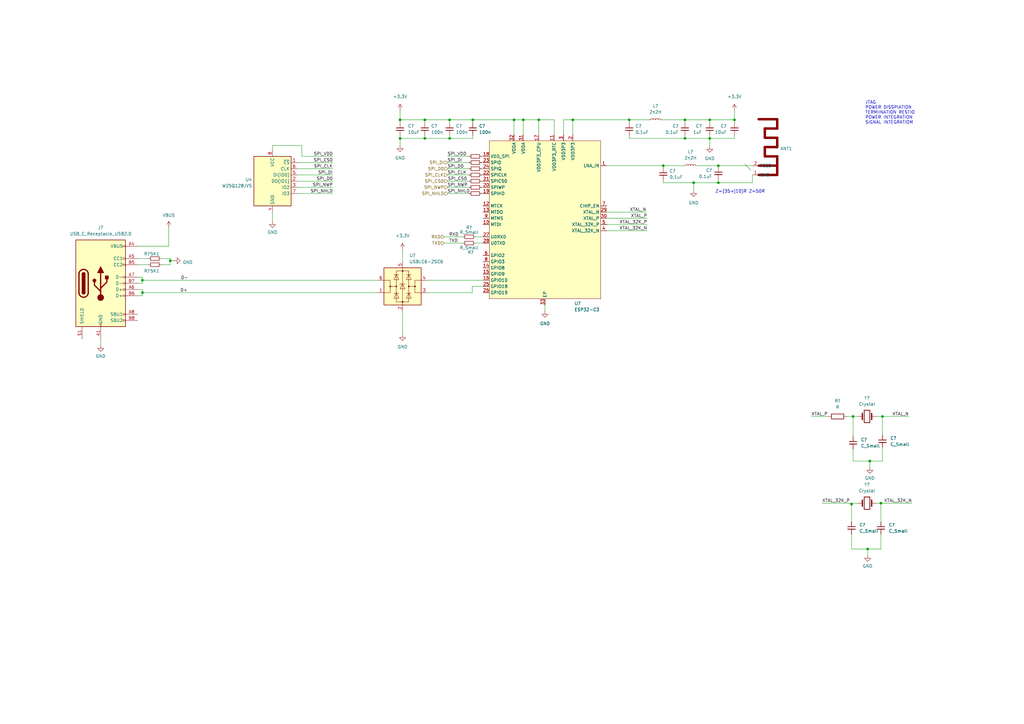
<source format=kicad_sch>
(kicad_sch (version 20230121) (generator eeschema)
  (paper "A3")
  (lib_symbols
    (symbol "Connector:USB_C_Receptacle_USB2.0" (pin_names (offset 1.016))
      (property "Reference" "J" (at -10.16 19.05 0))
      (property "Value" "USB_C_Receptacle_USB2.0" (at 19.05 19.05 0))
      (symbol "USB_C_Receptacle_USB2.0_0_0"
        (rectangle (start -0.254 -17.78) (end 0.254 -16.764))
        (rectangle (start 10.16 -14.986) (end 9.144 -15.494))
        (rectangle (start 10.16 -12.446) (end 9.144 -12.954))
        (rectangle (start 10.16 -4.826) (end 9.144 -5.334))
        (rectangle (start 10.16 -2.286) (end 9.144 -2.794))
        (rectangle (start 10.16 0.254) (end 9.144 -0.254))
        (rectangle (start 10.16 2.794) (end 9.144 2.286))
        (rectangle (start 10.16 7.874) (end 9.144 7.366))
        (rectangle (start 10.16 10.414) (end 9.144 9.906))
        (rectangle (start 10.16 15.494) (end 9.144 14.986))
      )
      (symbol "USB_C_Receptacle_USB2.0_0_1"
        (rectangle (start -10.16 17.78) (end 10.16 -17.78) (stroke (width 0.254)) (fill (type background)))
        (arc (start -8.89 -3.81) (mid -6.985 -5.7067) (end -5.08 -3.81) (stroke (width 0.508)))
        (arc (start -7.62 -3.81) (mid -6.985 -4.4423) (end -6.35 -3.81) (stroke (width 0.254)))
        (arc (start -7.62 -3.81) (mid -6.985 -4.4423) (end -6.35 -3.81) (stroke (width 0.254)) (fill (type outline)))
        (rectangle (start -7.62 -3.81) (end -6.35 3.81) (stroke (width 0.254)) (fill (type outline)))
        (arc (start -6.35 3.81) (mid -6.985 4.4423) (end -7.62 3.81) (stroke (width 0.254)))
        (arc (start -6.35 3.81) (mid -6.985 4.4423) (end -7.62 3.81) (stroke (width 0.254)) (fill (type outline)))
        (arc (start -5.08 3.81) (mid -6.985 5.7067) (end -8.89 3.81) (stroke (width 0.508)))
        (circle (center -2.54 1.143) (radius 0.635) (stroke (width 0.254)) (fill (type outline)))
        (circle (center 0 -5.842) (radius 1.27) (fill (type outline)))
        (polyline (pts (xy -8.89 -3.81) (xy -8.89 3.81)) (stroke (width 0.508)))
        (polyline (pts (xy -5.08 3.81) (xy -5.08 -3.81)) (stroke (width 0.508)))
        (polyline (pts (xy 0 -5.842) (xy 0 4.318)) (stroke (width 0.508)))
        (polyline (pts (xy 0 -3.302) (xy -2.54 -0.762) (xy -2.54 0.508)) (stroke (width 0.508)))
        (polyline (pts (xy 0 -2.032) (xy 2.54 0.508) (xy 2.54 1.778)) (stroke (width 0.508)))
        (polyline (pts (xy -1.27 4.318) (xy 0 6.858) (xy 1.27 4.318) (xy -1.27 4.318)) (stroke (width 0.254)) (fill (type outline)))
        (rectangle (start 1.905 1.778) (end 3.175 3.048) (stroke (width 0.254)) (fill (type outline)))
      )
      (symbol "USB_C_Receptacle_USB2.0_1_1"
        (pin passive line (at 0 -22.86 90) (length 5.08) (name "GND") (number "A1"))
        (pin passive line (at 0 -22.86 90) (length 5.08) hide (name "GND") (number "A12"))
        (pin passive line (at 15.24 15.24 180) (length 5.08) (name "VBUS") (number "A4"))
        (pin bidirectional line (at 15.24 10.16 180) (length 5.08) (name "CC1") (number "A5"))
        (pin bidirectional line (at 15.24 -2.54 180) (length 5.08) (name "D+") (number "A6"))
        (pin bidirectional line (at 15.24 2.54 180) (length 5.08) (name "D-") (number "A7"))
        (pin bidirectional line (at 15.24 -12.7 180) (length 5.08) (name "SBU1") (number "A8"))
        (pin passive line (at 15.24 15.24 180) (length 5.08) hide (name "VBUS") (number "A9"))
        (pin passive line (at 0 -22.86 90) (length 5.08) hide (name "GND") (number "B1"))
        (pin passive line (at 0 -22.86 90) (length 5.08) hide (name "GND") (number "B12"))
        (pin passive line (at 15.24 15.24 180) (length 5.08) hide (name "VBUS") (number "B4"))
        (pin bidirectional line (at 15.24 7.62 180) (length 5.08) (name "CC2") (number "B5"))
        (pin bidirectional line (at 15.24 -5.08 180) (length 5.08) (name "D+") (number "B6"))
        (pin bidirectional line (at 15.24 0 180) (length 5.08) (name "D-") (number "B7"))
        (pin bidirectional line (at 15.24 -15.24 180) (length 5.08) (name "SBU2") (number "B8"))
        (pin passive line (at 15.24 15.24 180) (length 5.08) hide (name "VBUS") (number "B9"))
        (pin passive line (at -7.62 -22.86 90) (length 5.08) (name "SHIELD") (number "S1"))
      )
    )
    (symbol "Device:C_Small" (pin_numbers hide) (pin_names (offset 0.254) hide)
      (property "Reference" "C" (at 0.254 1.778 0))
      (property "Value" "C_Small" (at 0.254 -2.032 0))
      (symbol "C_Small_0_1"
        (polyline (pts (xy -1.524 -0.508) (xy 1.524 -0.508)) (stroke (width 0.3302)))
        (polyline (pts (xy -1.524 0.508) (xy 1.524 0.508)) (stroke (width 0.3048)))
      )
      (symbol "C_Small_1_1"
        (pin passive line (at 0 2.54 270) (length 2.032) (name "~") (number "1"))
        (pin passive line (at 0 -2.54 90) (length 2.032) (name "~") (number "2"))
      )
    )
    (symbol "Device:Crystal" (pin_numbers hide) (pin_names (offset 1.016) hide)
      (property "Reference" "Y" (at 0 3.81 0))
      (property "Value" "Crystal" (at 0 -3.81 0))
      (symbol "Crystal_0_1"
        (rectangle (start -1.143 2.54) (end 1.143 -2.54) (stroke (width 0.3048)))
        (polyline (pts (xy -2.54 0) (xy -1.905 0)))
        (polyline (pts (xy -1.905 -1.27) (xy -1.905 1.27)) (stroke (width 0.508)))
        (polyline (pts (xy 1.905 -1.27) (xy 1.905 1.27)) (stroke (width 0.508)))
        (polyline (pts (xy 2.54 0) (xy 1.905 0)))
      )
      (symbol "Crystal_1_1"
        (pin passive line (at -3.81 0 0) (length 1.27) (name "1") (number "1"))
        (pin passive line (at 3.81 0 180) (length 1.27) (name "2") (number "2"))
      )
    )
    (symbol "Device:L_Small" (pin_numbers hide) (pin_names (offset 0.254) hide)
      (property "Reference" "L" (at 0.762 1.016 0))
      (property "Value" "L_Small" (at 0.762 -1.016 0))
      (symbol "L_Small_0_1"
        (arc (start 0 -2.032) (mid 0.5058 -1.524) (end 0 -1.016))
        (arc (start 0 -1.016) (mid 0.5058 -0.508) (end 0 0))
        (arc (start 0 0) (mid 0.5058 0.508) (end 0 1.016))
        (arc (start 0 1.016) (mid 0.5058 1.524) (end 0 2.032))
      )
      (symbol "L_Small_1_1"
        (pin passive line (at 0 2.54 270) (length 0.508) (name "~") (number "1"))
        (pin passive line (at 0 -2.54 90) (length 0.508) (name "~") (number "2"))
      )
    )
    (symbol "Device:R" (pin_numbers hide) (pin_names (offset 0))
      (property "Reference" "R" (at 2.032 0 90))
      (property "Value" "R" (at 0 0 90))
      (symbol "R_0_1"
        (rectangle (start -1.016 -2.54) (end 1.016 2.54) (stroke (width 0.254)))
      )
      (symbol "R_1_1"
        (pin passive line (at 0 3.81 270) (length 1.27) (name "~") (number "1"))
        (pin passive line (at 0 -3.81 90) (length 1.27) (name "~") (number "2"))
      )
    )
    (symbol "Device:R_Small" (pin_numbers hide) (pin_names (offset 0.254) hide)
      (property "Reference" "R" (at 0.762 0.508 0))
      (property "Value" "R_Small" (at 0.762 -1.016 0))
      (symbol "R_Small_0_1"
        (rectangle (start -0.762 1.778) (end 0.762 -1.778) (stroke (width 0.2032)))
      )
      (symbol "R_Small_1_1"
        (pin passive line (at 0 2.54 270) (length 0.762) (name "~") (number "1"))
        (pin passive line (at 0 -2.54 90) (length 0.762) (name "~") (number "2"))
      )
    )
    (symbol "Memory_Flash:W25Q128JVS"
      (property "Reference" "U" (at -8.89 8.89 0))
      (property "Value" "W25Q128JVS" (at 7.62 8.89 0))
      (symbol "W25Q128JVS_0_1"
        (rectangle (start -7.62 10.16) (end 7.62 -10.16) (stroke (width 0.254)) (fill (type background)))
      )
      (symbol "W25Q128JVS_1_1"
        (pin input line (at -10.16 7.62 0) (length 2.54) (name "~{CS}") (number "1"))
        (pin bidirectional line (at -10.16 0 0) (length 2.54) (name "DO(IO1)") (number "2"))
        (pin bidirectional line (at -10.16 -2.54 0) (length 2.54) (name "IO2") (number "3"))
        (pin power_in line (at 0 -12.7 90) (length 2.54) (name "GND") (number "4"))
        (pin bidirectional line (at -10.16 2.54 0) (length 2.54) (name "DI(IO0)") (number "5"))
        (pin input line (at -10.16 5.08 0) (length 2.54) (name "CLK") (number "6"))
        (pin bidirectional line (at -10.16 -5.08 0) (length 2.54) (name "IO3") (number "7"))
        (pin power_in line (at 0 12.7 270) (length 2.54) (name "VCC") (number "8"))
      )
    )
    (symbol "Power_Protection:USBLC6-2SC6" (pin_names hide)
      (property "Reference" "U" (at 2.54 8.89 0))
      (property "Value" "USBLC6-2SC6" (at 2.54 -8.89 0))
      (symbol "USBLC6-2SC6_0_1"
        (rectangle (start -7.62 -7.62) (end 7.62 7.62) (stroke (width 0.254)) (fill (type background)))
        (circle (center -5.08 0) (radius 0.254) (fill (type outline)))
        (circle (center -2.54 0) (radius 0.254) (fill (type outline)))
        (rectangle (start -2.54 6.35) (end 2.54 -6.35))
        (circle (center 0 -6.35) (radius 0.254) (fill (type outline)))
        (polyline (pts (xy -5.08 -2.54) (xy -7.62 -2.54)))
        (polyline (pts (xy -5.08 0) (xy -5.08 -2.54)))
        (polyline (pts (xy -5.08 2.54) (xy -7.62 2.54)))
        (polyline (pts (xy -1.524 -2.794) (xy -3.556 -2.794)))
        (polyline (pts (xy -1.524 4.826) (xy -3.556 4.826)))
        (polyline (pts (xy 0 -7.62) (xy 0 -6.35)))
        (polyline (pts (xy 0 -6.35) (xy 0 1.27)))
        (polyline (pts (xy 0 1.27) (xy 0 6.35)))
        (polyline (pts (xy 0 6.35) (xy 0 7.62)))
        (polyline (pts (xy 1.524 -2.794) (xy 3.556 -2.794)))
        (polyline (pts (xy 1.524 4.826) (xy 3.556 4.826)))
        (polyline (pts (xy 5.08 -2.54) (xy 7.62 -2.54)))
        (polyline (pts (xy 5.08 0) (xy 5.08 -2.54)))
        (polyline (pts (xy 5.08 2.54) (xy 7.62 2.54)))
        (polyline (pts (xy -2.54 0) (xy -5.08 0) (xy -5.08 2.54)))
        (polyline (pts (xy 2.54 0) (xy 5.08 0) (xy 5.08 2.54)))
        (polyline (pts (xy -3.556 -4.826) (xy -1.524 -4.826) (xy -2.54 -2.794) (xy -3.556 -4.826)))
        (polyline (pts (xy -3.556 2.794) (xy -1.524 2.794) (xy -2.54 4.826) (xy -3.556 2.794)))
        (polyline (pts (xy -1.016 -1.016) (xy 1.016 -1.016) (xy 0 1.016) (xy -1.016 -1.016)))
        (polyline (pts (xy 1.016 1.016) (xy 0.762 1.016) (xy -1.016 1.016) (xy -1.016 0.508)))
        (polyline (pts (xy 3.556 -4.826) (xy 1.524 -4.826) (xy 2.54 -2.794) (xy 3.556 -4.826)))
        (polyline (pts (xy 3.556 2.794) (xy 1.524 2.794) (xy 2.54 4.826) (xy 3.556 2.794)))
        (circle (center 0 6.35) (radius 0.254) (fill (type outline)))
        (circle (center 2.54 0) (radius 0.254) (fill (type outline)))
        (circle (center 5.08 0) (radius 0.254) (fill (type outline)))
      )
      (symbol "USBLC6-2SC6_1_1"
        (pin passive line (at -10.16 -2.54 0) (length 2.54) (name "I/O1") (number "1"))
        (pin passive line (at 0 -10.16 90) (length 2.54) (name "GND") (number "2"))
        (pin passive line (at 10.16 -2.54 180) (length 2.54) (name "I/O2") (number "3"))
        (pin passive line (at 10.16 2.54 180) (length 2.54) (name "I/O2") (number "4"))
        (pin passive line (at 0 10.16 270) (length 2.54) (name "VBUS") (number "5"))
        (pin passive line (at -10.16 2.54 0) (length 2.54) (name "I/O1") (number "6"))
      )
    )
    (symbol "Project_Library:ESP32-C3"
      (property "Reference" "U" (at 21.59 34.29 0))
      (property "Value" "ESP32-C3" (at 11.43 -35.56 0))
      (symbol "ESP32-C3_0_0"
        (pin bidirectional line (at 25.4 21.59 180) (length 2.54) (name "LNA_IN") (number "1"))
        (pin bidirectional line (at -25.4 -2.54 0) (length 2.54) (name "MTDI") (number "10"))
        (pin bidirectional line (at 3.81 34.29 270) (length 2.54) (name "VDD3P3_RTC") (number "11"))
        (pin bidirectional line (at -25.4 5.08 0) (length 2.54) (name "MTCK") (number "12"))
        (pin bidirectional line (at -25.4 2.54 0) (length 2.54) (name "MTDO") (number "13"))
        (pin bidirectional line (at -25.4 -20.32 0) (length 2.54) (name "GPIO8") (number "14"))
        (pin bidirectional line (at -25.4 -22.86 0) (length 2.54) (name "GPIO9") (number "15"))
        (pin bidirectional line (at -25.4 -25.4 0) (length 2.54) (name "GPIO10") (number "16"))
        (pin bidirectional line (at -2.54 34.29 270) (length 2.54) (name "VDD3P3_CPU") (number "17"))
        (pin unspecified line (at -25.4 25.4 0) (length 2.54) (name "VDD_SPI") (number "18"))
        (pin bidirectional line (at -25.4 10.16 0) (length 2.54) (name "SPIHD") (number "19"))
        (pin bidirectional line (at 11.43 34.29 270) (length 2.54) (name "VDD3P3") (number "2"))
        (pin bidirectional line (at -25.4 12.7 0) (length 2.54) (name "SPIWP") (number "20"))
        (pin bidirectional line (at -25.4 15.24 0) (length 2.54) (name "SPICS0") (number "21"))
        (pin bidirectional line (at -25.4 17.78 0) (length 2.54) (name "SPICLK") (number "22"))
        (pin bidirectional line (at -25.4 22.86 0) (length 2.54) (name "SPID") (number "23"))
        (pin bidirectional line (at -25.4 20.32 0) (length 2.54) (name "SPIQ") (number "24"))
        (pin bidirectional line (at -25.4 -27.94 0) (length 2.54) (name "GPIO18") (number "25"))
        (pin bidirectional line (at -25.4 -30.48 0) (length 2.54) (name "GPIO19") (number "26"))
        (pin bidirectional line (at -25.4 -7.62 0) (length 2.54) (name "U0RXD") (number "27"))
        (pin bidirectional line (at -25.4 -10.16 0) (length 2.54) (name "U0TXD") (number "28"))
        (pin bidirectional line (at 25.4 2.54 180) (length 2.54) (name "XTAL_N") (number "29"))
        (pin bidirectional line (at 7.62 34.29 270) (length 2.54) (name "VDD3P3") (number "3"))
        (pin bidirectional line (at 25.4 0 180) (length 2.54) (name "XTAL_P") (number "30"))
        (pin bidirectional line (at -8.89 34.29 270) (length 2.54) (name "VDDA") (number "31"))
        (pin bidirectional line (at -12.7 34.29 270) (length 2.54) (name "VDDA") (number "32"))
        (pin bidirectional line (at 0 -35.56 90) (length 2.54) (name "EP") (number "33"))
        (pin bidirectional line (at 25.4 -5.08 180) (length 2.54) (name "XTAL_32K_N") (number "4"))
        (pin bidirectional line (at 25.4 -2.54 180) (length 2.54) (name "XTAL_32K_P") (number "5"))
        (pin bidirectional line (at -25.4 -15.24 0) (length 2.54) (name "GPIO2") (number "6"))
        (pin bidirectional line (at 25.4 5.08 180) (length 2.54) (name "CHIP_EN") (number "7"))
        (pin bidirectional line (at -25.4 -17.78 0) (length 2.54) (name "GPIO3") (number "8"))
        (pin bidirectional line (at -25.4 0 0) (length 2.54) (name "MTMS") (number "9"))
      )
      (symbol "ESP32-C3_0_1"
        (rectangle (start -22.86 31.75) (end 22.86 -33.02) (fill (type background)))
      )
    )
    (symbol "Project_Library:IFA_2.4GHz"
      (property "Reference" "ANT" (at 1.27 20.32 0))
      (symbol "IFA_2.4GHz_0_1"
        (polyline (pts (xy 0 0) (xy 7.62 0)) (stroke (width 1)))
        (polyline (pts (xy 0 19.05) (xy 7.62 19.05)) (stroke (width 1)))
        (polyline (pts (xy 2.54 7.62) (xy 7.62 7.62)) (stroke (width 1)))
        (polyline (pts (xy 2.54 15.24) (xy 7.62 15.24)) (stroke (width 1)))
        (polyline (pts (xy 7.62 11.43) (xy 7.62 7.62)) (stroke (width 1)))
        (polyline (pts (xy 7.62 19.05) (xy 7.62 15.24)) (stroke (width 1)))
        (polyline (pts (xy 2.54 7.62) (xy 2.54 3.81) (xy 7.62 3.81)) (stroke (width 1)))
        (polyline (pts (xy 2.54 15.24) (xy 2.54 11.43) (xy 7.62 11.43)) (stroke (width 1)))
        (polyline (pts (xy 7.62 3.81) (xy 7.62 -3.81) (xy 0 -3.81)) (stroke (width 1)))
      )
      (symbol "IFA_2.4GHz_1_1"
        (pin input line (at -2.54 -3.81 0) (length 2.54) (name "GND") (number "1"))
        (pin input line (at -2.54 0 0) (length 2.54) (name "FEED") (number "2"))
      )
    )
    (symbol "power:+3.3V" (power) (pin_names (offset 0))
      (property "Value" "+3.3V" (at 0 3.556 0))
      (symbol "+3.3V_0_1"
        (polyline (pts (xy -0.762 1.27) (xy 0 2.54)))
        (polyline (pts (xy 0 0) (xy 0 2.54)))
        (polyline (pts (xy 0 2.54) (xy 0.762 1.27)))
      )
      (symbol "+3.3V_1_1"
        (pin power_in line (at 0 0 90) (length 0) hide (name "+3.3V") (number "1"))
      )
    )
    (symbol "power:GND" (power) (pin_names (offset 0))
      (property "Value" "GND" (at 0 -3.81 0))
      (symbol "GND_0_1"
        (polyline (pts (xy 0 0) (xy 0 -1.27) (xy 1.27 -1.27) (xy 0 -2.54) (xy -1.27 -1.27) (xy 0 -1.27)))
      )
      (symbol "GND_1_1"
        (pin power_in line (at 0 0 270) (length 0) hide (name "GND") (number "1"))
      )
    )
    (symbol "power:VBUS" (power) (pin_names (offset 0))
      (property "Value" "VBUS" (at 0 3.81 0))
      (symbol "VBUS_0_1"
        (polyline (pts (xy -0.762 1.27) (xy 0 2.54)))
        (polyline (pts (xy 0 0) (xy 0 2.54)))
        (polyline (pts (xy 0 2.54) (xy 0.762 1.27)))
      )
      (symbol "VBUS_1_1"
        (pin power_in line (at 0 0 90) (length 0) hide (name "VBUS") (number "1"))
      )
    )
  )
  (junction (at 349.885 170.815))
  (junction (at 164.084 56.769))
  (junction (at 291.084 49.149))
  (junction (at 164.084 49.149))
  (junction (at 294.64 67.945))
  (junction (at 301.244 49.149))
  (junction (at 258.064 49.149))
  (junction (at 294.64 74.93))
  (junction (at 355.854 225.171))
  (junction (at 174.244 56.769))
  (junction (at 280.924 56.769))
  (junction (at 361.95 170.815))
  (junction (at 69.85 106.934))
  (junction (at 220.98 49.149))
  (junction (at 58.42 120.015))
  (junction (at 284.48 74.93))
  (junction (at 349.25 206.756))
  (junction (at 356.743 189.103))
  (junction (at 234.95 49.149))
  (junction (at 184.404 49.149))
  (junction (at 291.084 56.769))
  (junction (at 214.63 49.149))
  (junction (at 361.315 206.375))
  (junction (at 280.924 49.149))
  (junction (at 58.42 114.935))
  (junction (at 210.82 49.149))
  (junction (at 193.929 49.149))
  (junction (at 272.034 67.945))
  (junction (at 184.404 56.769))
  (junction (at 174.244 49.149))
  (bus_entry (at 305.435 67.31) (size 2.54 2.54))
  (wire (pts (xy 223.52 127.635) (xy 223.52 125.095)))
  (wire (pts (xy 164.084 45.339) (xy 164.084 49.149)))
  (wire (pts (xy 184.404 49.149) (xy 193.929 49.149)))
  (wire (pts (xy 361.95 170.815) (xy 372.745 170.815)))
  (wire (pts (xy 332.74 170.815) (xy 339.725 170.815)))
  (wire (pts (xy 174.244 49.149) (xy 184.404 49.149)))
  (wire (pts (xy 174.244 55.499) (xy 174.244 56.769)))
  (wire (pts (xy 121.92 71.755) (xy 136.525 71.755)))
  (wire (pts (xy 111.76 59.69) (xy 123.825 59.69)))
  (wire (pts (xy 349.885 184.15) (xy 349.885 189.103)))
  (wire (pts (xy 361.95 170.815) (xy 361.95 178.435)))
  (wire (pts (xy 164.084 56.769) (xy 164.084 59.69)))
  (wire (pts (xy 258.064 49.149) (xy 266.319 49.149)))
  (wire (pts (xy 183.515 64.135) (xy 192.405 64.135)))
  (wire (pts (xy 174.244 50.419) (xy 174.244 49.149)))
  (wire (pts (xy 349.25 206.756) (xy 349.25 213.995)))
  (wire (pts (xy 248.92 86.995) (xy 265.049 86.995)))
  (wire (pts (xy 69.85 106.934) (xy 69.85 108.585)))
  (wire (pts (xy 234.95 49.149) (xy 258.064 49.149)))
  (wire (pts (xy 349.25 225.171) (xy 355.854 225.171)))
  (wire (pts (xy 214.63 49.149) (xy 214.63 55.245)))
  (wire (pts (xy 183.515 71.755) (xy 192.405 71.755)))
  (wire (pts (xy 69.85 108.585) (xy 66.04 108.585)))
  (wire (pts (xy 359.41 170.815) (xy 361.95 170.815)))
  (wire (pts (xy 165.1 127.635) (xy 165.1 137.16)))
  (wire (pts (xy 280.924 56.769) (xy 280.924 55.499)))
  (wire (pts (xy 111.76 61.595) (xy 111.76 59.69)))
  (wire (pts (xy 272.034 67.945) (xy 272.034 68.834)))
  (wire (pts (xy 193.929 49.149) (xy 210.82 49.149)))
  (wire (pts (xy 184.404 56.769) (xy 184.404 55.499)))
  (wire (pts (xy 197.485 79.375) (xy 198.12 79.375)))
  (wire (pts (xy 349.504 206.375) (xy 349.504 206.756)))
  (wire (pts (xy 194.945 99.695) (xy 198.12 99.695)))
  (wire (pts (xy 121.92 66.675) (xy 136.525 66.675)))
  (wire (pts (xy 231.14 49.149) (xy 231.14 55.245)))
  (wire (pts (xy 56.515 116.205) (xy 58.42 116.205)))
  (wire (pts (xy 220.98 55.245) (xy 220.98 49.149)))
  (wire (pts (xy 234.95 55.245) (xy 234.95 49.149)))
  (wire (pts (xy 301.244 49.149) (xy 291.084 49.149)))
  (wire (pts (xy 355.854 225.171) (xy 355.854 227.711)))
  (wire (pts (xy 210.82 49.149) (xy 210.82 55.245)))
  (wire (pts (xy 58.42 120.015) (xy 58.42 121.285)))
  (wire (pts (xy 69.215 100.965) (xy 69.215 93.345)))
  (wire (pts (xy 291.084 49.149) (xy 280.924 49.149)))
  (wire (pts (xy 356.743 189.103) (xy 361.95 189.103)))
  (wire (pts (xy 123.825 64.135) (xy 136.525 64.135)))
  (wire (pts (xy 361.315 206.375) (xy 361.315 213.995)))
  (wire (pts (xy 349.885 170.815) (xy 351.79 170.815)))
  (wire (pts (xy 197.485 76.835) (xy 198.12 76.835)))
  (wire (pts (xy 258.064 55.499) (xy 258.064 56.769)))
  (wire (pts (xy 220.98 49.149) (xy 227.33 49.149)))
  (wire (pts (xy 183.515 66.675) (xy 192.405 66.675)))
  (wire (pts (xy 301.244 50.419) (xy 301.244 49.149)))
  (wire (pts (xy 197.485 64.135) (xy 198.12 64.135)))
  (wire (pts (xy 175.26 114.935) (xy 198.12 114.935)))
  (wire (pts (xy 56.515 113.665) (xy 58.42 113.665)))
  (wire (pts (xy 193.675 117.475) (xy 193.675 120.015)))
  (wire (pts (xy 308.61 74.93) (xy 294.64 74.93)))
  (wire (pts (xy 349.885 170.815) (xy 349.885 179.07)))
  (wire (pts (xy 193.929 56.769) (xy 184.404 56.769)))
  (wire (pts (xy 301.244 55.499) (xy 301.244 56.769)))
  (wire (pts (xy 56.515 106.045) (xy 60.96 106.045)))
  (wire (pts (xy 197.485 69.215) (xy 198.12 69.215)))
  (wire (pts (xy 183.515 69.215) (xy 192.405 69.215)))
  (wire (pts (xy 291.084 56.769) (xy 291.084 59.944)))
  (wire (pts (xy 121.92 79.375) (xy 136.525 79.375)))
  (wire (pts (xy 123.825 59.69) (xy 123.825 64.135)))
  (wire (pts (xy 210.82 49.149) (xy 214.63 49.149)))
  (wire (pts (xy 280.924 50.419) (xy 280.924 49.149)))
  (wire (pts (xy 234.95 49.149) (xy 231.14 49.149)))
  (wire (pts (xy 349.504 206.375) (xy 351.79 206.375)))
  (wire (pts (xy 41.275 139.065) (xy 41.275 141.605)))
  (wire (pts (xy 301.244 56.769) (xy 291.084 56.769)))
  (wire (pts (xy 164.084 55.499) (xy 164.084 56.769)))
  (wire (pts (xy 359.41 206.375) (xy 361.315 206.375)))
  (wire (pts (xy 355.854 225.171) (xy 361.315 225.171)))
  (wire (pts (xy 182.245 99.695) (xy 189.865 99.695)))
  (wire (pts (xy 214.63 49.149) (xy 220.98 49.149)))
  (wire (pts (xy 272.034 73.914) (xy 272.034 74.93)))
  (wire (pts (xy 69.85 106.934) (xy 71.374 106.934)))
  (wire (pts (xy 284.48 74.93) (xy 284.48 78.105)))
  (wire (pts (xy 294.64 67.945) (xy 308.61 67.945)))
  (wire (pts (xy 58.42 114.935) (xy 154.94 114.935)))
  (wire (pts (xy 227.33 55.245) (xy 227.33 49.149)))
  (wire (pts (xy 272.034 67.945) (xy 280.67 67.945)))
  (wire (pts (xy 291.084 56.769) (xy 280.924 56.769)))
  (wire (pts (xy 58.42 121.285) (xy 56.515 121.285)))
  (wire (pts (xy 183.515 76.835) (xy 192.405 76.835)))
  (wire (pts (xy 301.244 45.339) (xy 301.244 49.149)))
  (wire (pts (xy 291.084 55.499) (xy 291.084 56.769)))
  (wire (pts (xy 56.515 100.965) (xy 69.215 100.965)))
  (wire (pts (xy 164.084 50.419) (xy 164.084 49.149)))
  (wire (pts (xy 183.515 74.295) (xy 192.405 74.295)))
  (wire (pts (xy 248.92 67.945) (xy 272.034 67.945)))
  (wire (pts (xy 164.084 56.769) (xy 174.244 56.769)))
  (wire (pts (xy 248.92 92.075) (xy 265.43 92.075)))
  (wire (pts (xy 58.42 113.665) (xy 58.42 114.935)))
  (wire (pts (xy 56.515 108.585) (xy 60.96 108.585)))
  (wire (pts (xy 248.92 89.535) (xy 265.43 89.535)))
  (wire (pts (xy 361.315 219.075) (xy 361.315 225.171)))
  (wire (pts (xy 349.25 206.375) (xy 349.25 206.756)))
  (wire (pts (xy 347.345 170.815) (xy 349.885 170.815)))
  (wire (pts (xy 193.929 55.499) (xy 193.929 56.769)))
  (wire (pts (xy 69.85 106.045) (xy 69.85 106.934)))
  (wire (pts (xy 121.92 69.215) (xy 136.525 69.215)))
  (wire (pts (xy 197.485 74.295) (xy 198.12 74.295)))
  (wire (pts (xy 121.92 76.835) (xy 136.525 76.835)))
  (wire (pts (xy 164.084 49.149) (xy 174.244 49.149)))
  (wire (pts (xy 197.485 66.675) (xy 198.12 66.675)))
  (wire (pts (xy 193.675 117.475) (xy 198.12 117.475)))
  (wire (pts (xy 294.64 74.93) (xy 284.48 74.93)))
  (wire (pts (xy 193.929 49.149) (xy 193.929 50.419)))
  (wire (pts (xy 248.92 94.615) (xy 265.43 94.615)))
  (wire (pts (xy 349.25 206.756) (xy 349.504 206.756)))
  (wire (pts (xy 165.1 102.362) (xy 165.1 107.315)))
  (wire (pts (xy 337.185 206.375) (xy 349.25 206.375)))
  (wire (pts (xy 111.76 86.995) (xy 111.76 90.805)))
  (wire (pts (xy 197.485 71.755) (xy 198.12 71.755)))
  (wire (pts (xy 291.084 50.419) (xy 291.084 49.149)))
  (wire (pts (xy 361.315 206.375) (xy 374.015 206.375)))
  (wire (pts (xy 58.42 120.015) (xy 154.94 120.015)))
  (wire (pts (xy 258.064 49.149) (xy 258.064 50.419)))
  (wire (pts (xy 182.245 97.155) (xy 189.865 97.155)))
  (wire (pts (xy 356.743 189.103) (xy 356.743 191.643)))
  (wire (pts (xy 308.61 71.755) (xy 308.61 74.93)))
  (wire (pts (xy 361.95 183.515) (xy 361.95 189.103)))
  (wire (pts (xy 349.25 219.075) (xy 349.25 225.171)))
  (wire (pts (xy 294.64 67.945) (xy 285.75 67.945)))
  (wire (pts (xy 349.885 189.103) (xy 356.743 189.103)))
  (wire (pts (xy 121.92 74.295) (xy 136.525 74.295)))
  (wire (pts (xy 183.515 79.375) (xy 192.405 79.375)))
  (wire (pts (xy 58.42 114.935) (xy 58.42 116.205)))
  (wire (pts (xy 66.04 106.045) (xy 69.85 106.045)))
  (wire (pts (xy 58.42 118.745) (xy 58.42 120.015)))
  (wire (pts (xy 174.244 56.769) (xy 184.404 56.769)))
  (wire (pts (xy 294.64 73.66) (xy 294.64 74.93)))
  (wire (pts (xy 294.64 67.945) (xy 294.64 68.58)))
  (wire (pts (xy 280.924 49.149) (xy 271.399 49.149)))
  (wire (pts (xy 193.675 120.015) (xy 175.26 120.015)))
  (wire (pts (xy 280.924 56.769) (xy 258.064 56.769)))
  (wire (pts (xy 284.48 74.93) (xy 272.034 74.93)))
  (wire (pts (xy 194.945 97.155) (xy 198.12 97.155)))
  (wire (pts (xy 56.515 118.745) (xy 58.42 118.745)))
  (wire (pts (xy 184.404 50.419) (xy 184.404 49.149)))
  (text "JTAG\nPOWER DISSPIATION\nTERMIINATION RESTIO\nPOWER INTEGRATION\nSIGNAL INTEGRATIOM" (at 354.838 51.054 0) (effects (font (size 1.27 1.27)) (justify left bottom)))
  (text "Z=(35+j10)R Z=50R\n" (at 293.37 79.375 0) (effects (font (size 1.27 1.27)) (justify left bottom)))
  (label "SPI_D0" (at 183.515 69.215 0))
  (label "XTAL_P" (at 332.74 170.815 0))
  (label "XTAL_32K_P" (at 265.43 92.075 180))
  (label "SPI_NHLD" (at 136.525 79.375 180))
  (label "SPI_DI" (at 136.525 71.755 180))
  (label "XTAL_N" (at 265.049 86.995 180))
  (label "SPI_NHLD" (at 183.515 79.375 0))
  (label "SPI_CS0" (at 136.525 66.675 180))
  (label "SPI_NWP" (at 136.525 76.835 180))
  (label "SPI_CS0" (at 183.642 74.295 0))
  (label "SPI_CLK" (at 183.515 71.755 0))
  (label "XTAL_P" (at 265.43 89.535 180))
  (label "SPI_DI" (at 183.515 66.675 0))
  (label "TXD" (at 184.15 99.695 0))
  (label "XTAL_32K_N" (at 374.015 206.375 180))
  (label "SPI_D0" (at 136.525 74.295 180))
  (label "RXD" (at 184.15 97.155 0))
  (label "SPI_VDD" (at 136.525 64.135 180))
  (label "XTAL_N" (at 372.745 170.815 180))
  (label "D+" (at 73.914 120.015 0))
  (label "SPI_CLK" (at 136.525 69.215 180))
  (label "D-" (at 74.168 114.935 0))
  (label "XTAL_32K_N" (at 265.43 94.615 180))
  (label "SPI_VDD" (at 183.515 64.135 0))
  (label "XTAL_32K_P" (at 337.185 206.375 0))
  (label "SPI_NWP" (at 183.515 76.835 0))
  (hierarchical_label "SPI_NWP" (shape input) (at 183.642 76.835 180))
  (hierarchical_label "TXD" (shape input) (at 182.245 99.695 180))
  (hierarchical_label "SPI_CS0" (shape input) (at 183.515 74.295 180))
  (hierarchical_label "SPI_CLK" (shape input) (at 183.515 71.755 180))
  (hierarchical_label "SPI_DI" (shape input) (at 183.642 66.675 180))
  (hierarchical_label "RXD" (shape input) (at 182.245 97.155 180))
  (hierarchical_label "SPI_D0" (shape input) (at 183.642 69.215 180))
  (hierarchical_label "SPI_NHLD" (shape input) (at 183.642 79.375 180))
  (symbol (lib_id "Device:C_Small") (at 294.64 71.12 0) (mirror y) (unit 1)
    (property "Reference" "C?" (at 292.1 69.8562 0) (effects (justify left)))
    (property "Value" "0.1uF" (at 292.1 72.3962 0) (effects (justify left)))
    (instances (project "BEEWATCH" (path "" (reference "C?") (unit 1)) (path "" (reference "C9") (unit 1))))
  )
  (symbol (lib_id "Device:R_Small") (at 194.945 64.135 90) (unit 1)
    (property "Reference" "R?" (effects hide))
    (property "Value" "0" (effects hide))
    (instances (project "BEEWATCH" (path "" (reference "R?") (unit 1)) (path "" (reference "R8") (unit 1))))
  )
  (symbol (lib_id "Connector:USB_C_Receptacle_USB2.0") (at 41.275 116.205 0) (unit 1)
    (property "Reference" "J?" (at 41.275 93.345 0))
    (property "Value" "USB_C_Receptacle_USB2.0" (at 41.275 95.885 0))
    (property "Datasheet" "https://www.usb.org/sites/default/files/documents/usb_type-c.zip" (effects hide))
    (instances (project "BEEWATCH" (path "" (reference "J?") (unit 1)) (path "" (reference "J1") (unit 1))))
  )
  (symbol (lib_id "Device:R_Small") (at 192.405 99.695 90) (unit 1)
    (property "Reference" "R?" (at 193.04 103.505 90))
    (property "Value" "R_Small" (at 192.405 101.6 90))
    (instances (project "BEEWATCH" (path "" (reference "R?") (unit 1)) (path "" (reference "R4") (unit 1))))
  )
  (symbol (lib_id "Device:L_Small") (at 283.21 67.945 90) (unit 1)
    (property "Reference" "L?" (at 283.21 62.23 90))
    (property "Value" "2n2H" (at 283.21 64.77 90))
    (instances (project "BEEWATCH" (path "" (reference "L?") (unit 1)) (path "" (reference "L2") (unit 1))))
  )
  (symbol (lib_id "Project_Library:IFA_2.4GHz") (at 311.15 67.945 0) (unit 1)
    (property "Reference" "ANT1" (at 320.04 60.96 0) (effects (justify left)))
    (property "Value" "~" (at 311.15 67.945 0))
    (property "Footprint" "Project:IFA_2.4GHz" (effects hide))
  )
  (symbol (lib_id "Device:C_Small") (at 272.034 71.374 0) (unit 1)
    (property "Reference" "C?" (at 274.574 70.1102 0) (effects (justify left)))
    (property "Value" "0.1uF" (at 274.574 72.6502 0) (effects (justify left)))
    (instances (project "BEEWATCH" (path "" (reference "C?") (unit 1)) (path "" (reference "C6") (unit 1))))
  )
  (symbol (lib_id "power:GND") (at 71.374 106.934 90) (unit 1)
    (property "Reference" "#PWR?" (effects hide))
    (property "Value" "GND" (at 74.93 107.569 90) (effects (justify right)))
    (instances (project "BEEWATCH" (path "" (reference "#PWR?") (unit 1)) (path "" (reference "#PWR03") (unit 1))))
  )
  (symbol (lib_id "Device:R_Small") (at 194.945 69.215 90) (unit 1)
    (property "Reference" "R?" (effects hide))
    (property "Value" "0" (effects hide))
    (instances (project "BEEWATCH" (path "" (reference "R?") (unit 1)) (path "" (reference "R9") (unit 1))))
  )
  (symbol (lib_id "Device:Crystal") (at 355.6 170.815 180) (unit 1)
    (property "Reference" "Y?" (at 355.6 163.195 0))
    (property "Value" "Crystal" (at 355.6 165.735 0))
    (instances (project "BEEWATCH" (path "" (reference "Y?") (unit 1)) (path "" (reference "Y1") (unit 1))))
  )
  (symbol (lib_id "Device:C_Small") (at 291.084 52.959 0) (mirror y) (unit 1)
    (property "Reference" "C?" (at 287.909 51.6952 0) (effects (justify left)))
    (property "Value" "1uF" (at 287.909 54.2352 0) (effects (justify left)))
    (instances (project "BEEWATCH" (path "" (reference "C?") (unit 1)) (path "" (reference "C8") (unit 1))))
  )
  (symbol (lib_id "Memory_Flash:W25Q128JVS") (at 111.76 74.295 0) (mirror y) (unit 1)
    (property "Reference" "U4" (at 103.378 73.66 0) (effects (justify left)))
    (property "Value" "W25Q128JVS" (at 103.378 76.2 0) (effects (justify left)))
    (property "Footprint" "Package_SO:SOIC-8_5.23x5.23mm_P1.27mm" (effects hide))
    (property "Datasheet" "http://www.winbond.com/resource-files/w25q128jv_dtr%20revc%2003272018%20plus.pdf" (effects hide))
  )
  (symbol (lib_id "Device:C_Small") (at 193.929 52.959 0) (unit 1)
    (property "Reference" "C?" (at 196.469 51.6952 0) (effects (justify left)))
    (property "Value" "100n" (at 196.469 54.2352 0) (effects (justify left)))
    (instances (project "BEEWATCH" (path "" (reference "C?") (unit 1)) (path "" (reference "C4") (unit 1))))
  )
  (symbol (lib_id "power:GND") (at 164.084 59.69 0) (unit 1)
    (property "Reference" "#PWR?" (effects hide))
    (property "Value" "GND" (at 164.084 64.77 0))
    (instances (project "BEEWATCH" (path "" (reference "#PWR?") (unit 1)) (path "" (reference "#PWR06") (unit 1))))
  )
  (symbol (lib_id "power:GND") (at 356.743 191.643 0) (unit 1)
    (property "Reference" "#PWR?" (effects hide))
    (property "Value" "GND" (at 356.743 196.088 0))
    (instances (project "BEEWATCH" (path "" (reference "#PWR?") (unit 1)) (path "" (reference "#PWR011") (unit 1))))
  )
  (symbol (lib_id "Device:R_Small") (at 63.5 106.045 90) (unit 1)
    (property "Reference" "R?" (at 60.325 104.14 90))
    (property "Value" "5K1" (at 63.5 104.14 90))
    (instances (project "BEEWATCH" (path "" (reference "R?") (unit 1)) (path "" (reference "R1") (unit 1))))
  )
  (symbol (lib_id "power:+3.3V") (at 164.084 45.339 0) (unit 1)
    (property "Reference" "#PWR?" (effects hide))
    (property "Value" "+3.3V" (at 164.084 39.624 0))
    (instances (project "BEEWATCH" (path "" (reference "#PWR?") (unit 1)) (path "" (reference "#PWR04") (unit 1))))
  )
  (symbol (lib_id "Device:C_Small") (at 349.885 181.61 0) (unit 1)
    (property "Reference" "C?" (at 353.06 180.3462 0) (effects (justify left)))
    (property "Value" "C_Small" (at 353.06 182.8862 0) (effects (justify left)))
    (instances (project "BEEWATCH" (path "" (reference "C?") (unit 1)) (path "" (reference "C11") (unit 1))))
  )
  (symbol (lib_id "Device:C_Small") (at 164.084 52.959 0) (unit 1)
    (property "Reference" "C?" (at 167.259 51.6952 0) (effects (justify left)))
    (property "Value" "10uF" (at 167.259 54.2352 0) (effects (justify left)))
    (instances (project "BEEWATCH" (path "" (reference "C?") (unit 1)) (path "" (reference "C1") (unit 1))))
  )
  (symbol (lib_id "Device:R_Small") (at 194.945 71.755 90) (unit 1)
    (property "Reference" "R?" (effects hide))
    (property "Value" "0" (effects hide))
    (instances (project "BEEWATCH" (path "" (reference "R?") (unit 1)) (path "" (reference "R11") (unit 1))))
  )
  (symbol (lib_id "Device:Crystal") (at 355.6 206.375 180) (unit 1)
    (property "Reference" "Y?" (at 355.6 198.755 0))
    (property "Value" "Crystal" (at 355.6 201.295 0))
    (instances (project "BEEWATCH" (path "" (reference "Y?") (unit 1)) (path "" (reference "Y2") (unit 1))))
  )
  (symbol (lib_id "Device:R_Small") (at 194.945 79.375 90) (unit 1)
    (property "Reference" "R?" (effects hide))
    (property "Value" "0" (effects hide))
    (instances (project "BEEWATCH" (path "" (reference "R?") (unit 1)) (path "" (reference "R14") (unit 1))))
  )
  (symbol (lib_id "power:GND") (at 111.76 90.805 0) (unit 1)
    (property "Reference" "#PWR022" (effects hide))
    (property "Value" "GND" (at 111.76 95.25 0))
  )
  (symbol (lib_id "Device:R_Small") (at 63.5 108.585 90) (unit 1)
    (property "Reference" "R?" (at 60.325 111.125 90))
    (property "Value" "5K1" (at 63.5 111.125 90))
    (instances (project "BEEWATCH" (path "" (reference "R?") (unit 1)) (path "" (reference "R2") (unit 1))))
  )
  (symbol (lib_id "power:GND") (at 223.52 127.635 0) (unit 1)
    (property "Reference" "#PWR?" (effects hide))
    (property "Value" "GND" (at 223.52 132.715 0))
    (instances (project "BEEWATCH" (path "" (reference "#PWR?") (unit 1)) (path "" (reference "#PWR07") (unit 1))))
  )
  (symbol (lib_id "Device:R") (at 343.535 170.815 90) (unit 1)
    (property "Reference" "R?" (at 343.535 164.465 90))
    (property "Value" "R" (at 343.535 167.005 90))
    (instances (project "BEEWATCH" (path "" (reference "R?") (unit 1)) (path "" (reference "R5") (unit 1))))
  )
  (symbol (lib_id "Device:R_Small") (at 194.945 76.835 90) (unit 1)
    (property "Reference" "R?" (effects hide))
    (property "Value" "0" (effects hide))
    (instances (project "BEEWATCH" (path "" (reference "R?") (unit 1)) (path "" (reference "R13") (unit 1))))
  )
  (symbol (lib_id "Device:L_Small") (at 268.859 49.149 90) (unit 1)
    (property "Reference" "L?" (at 268.859 43.434 90))
    (property "Value" "2n2H" (at 268.859 45.974 90))
    (instances (project "BEEWATCH" (path "" (reference "L?") (unit 1)) (path "" (reference "L1") (unit 1))))
  )
  (symbol (lib_id "Device:C_Small") (at 361.315 216.535 0) (unit 1)
    (property "Reference" "C?" (at 364.49 215.2712 0) (effects (justify left)))
    (property "Value" "C_Small" (at 364.49 217.8112 0) (effects (justify left)))
    (instances (project "BEEWATCH" (path "" (reference "C?") (unit 1)) (path "" (reference "C14") (unit 1))))
  )
  (symbol (lib_id "power:GND") (at 355.854 227.711 0) (unit 1)
    (property "Reference" "#PWR?" (effects hide))
    (property "Value" "GND" (at 355.854 232.156 0))
    (instances (project "BEEWATCH" (path "" (reference "#PWR?") (unit 1)) (path "" (reference "#PWR012") (unit 1))))
  )
  (symbol (lib_id "power:GND") (at 284.48 78.105 0) (mirror y) (unit 1)
    (property "Reference" "#PWR?" (effects hide))
    (property "Value" "GND" (at 284.48 83.185 0))
    (instances (project "BEEWATCH" (path "" (reference "#PWR?") (unit 1)) (path "" (reference "#PWR08") (unit 1))))
  )
  (symbol (lib_id "power:VBUS") (at 69.215 93.345 0) (unit 1)
    (property "Reference" "#PWR?" (effects hide))
    (property "Value" "VBUS" (at 69.215 88.265 0))
    (instances (project "BEEWATCH" (path "" (reference "#PWR?") (unit 1)) (path "" (reference "#PWR02") (unit 1))))
  )
  (symbol (lib_id "power:GND") (at 291.084 59.944 0) (mirror y) (unit 1)
    (property "Reference" "#PWR?" (effects hide))
    (property "Value" "GND" (at 291.084 65.024 0))
    (instances (project "BEEWATCH" (path "" (reference "#PWR?") (unit 1)) (path "" (reference "#PWR09") (unit 1))))
  )
  (symbol (lib_id "Device:C_Small") (at 301.244 52.959 0) (mirror y) (unit 1)
    (property "Reference" "C?" (at 298.069 51.6952 0) (effects (justify left)))
    (property "Value" "10uF" (at 298.069 54.2352 0) (effects (justify left)))
    (instances (project "BEEWATCH" (path "" (reference "C?") (unit 1)) (path "" (reference "C10") (unit 1))))
  )
  (symbol (lib_id "Device:C_Small") (at 258.064 52.959 0) (unit 1)
    (property "Reference" "C?" (at 260.604 51.6952 0) (effects (justify left)))
    (property "Value" "0.1uF" (at 260.604 54.2352 0) (effects (justify left)))
    (instances (project "BEEWATCH" (path "" (reference "C?") (unit 1)) (path "" (reference "C5") (unit 1))))
  )
  (symbol (lib_id "power:+3.3V") (at 301.244 45.339 0) (mirror y) (unit 1)
    (property "Reference" "#PWR?" (effects hide))
    (property "Value" "+3.3V" (at 301.244 39.624 0))
    (instances (project "BEEWATCH" (path "" (reference "#PWR?") (unit 1)) (path "" (reference "#PWR010") (unit 1))))
  )
  (symbol (lib_id "Device:C_Small") (at 184.404 52.959 0) (unit 1)
    (property "Reference" "C?" (at 186.944 51.6952 0) (effects (justify left)))
    (property "Value" "100n" (at 186.944 54.2352 0) (effects (justify left)))
    (instances (project "BEEWATCH" (path "" (reference "C?") (unit 1)) (path "" (reference "C3") (unit 1))))
  )
  (symbol (lib_id "power:+3.3V") (at 165.1 102.362 0) (unit 1)
    (property "Reference" "#PWR?" (effects hide))
    (property "Value" "+3.3V" (at 165.1 96.647 0))
    (instances (project "BEEWATCH" (path "" (reference "#PWR?") (unit 1)) (path "" (reference "#PWR019") (unit 1))))
  )
  (symbol (lib_id "Device:C_Small") (at 361.95 180.975 0) (unit 1)
    (property "Reference" "C?" (at 365.125 179.7112 0) (effects (justify left)))
    (property "Value" "C_Small" (at 365.125 182.2512 0) (effects (justify left)))
    (instances (project "BEEWATCH" (path "" (reference "C?") (unit 1)) (path "" (reference "C13") (unit 1))))
  )
  (symbol (lib_id "Device:R_Small") (at 194.945 74.295 90) (unit 1)
    (property "Reference" "R?" (effects hide))
    (property "Value" "0" (effects hide))
    (instances (project "BEEWATCH" (path "" (reference "R?") (unit 1)) (path "" (reference "R12") (unit 1))))
  )
  (symbol (lib_id "Project_Library:ESP32-C3") (at 223.52 89.535 0) (unit 1)
    (property "Reference" "U?" (at 235.585 124.46 0) (effects (justify left)))
    (property "Value" "ESP32-C3" (at 235.585 127 0) (effects (justify left)))
    (property "Footprint" "Footprint:VFQFN-32" (effects hide))
    (instances (project "BEEWATCH" (path "" (reference "U?") (unit 1)) (path "" (reference "U2") (unit 1))))
  )
  (symbol (lib_id "Device:C_Small") (at 349.25 216.535 0) (unit 1)
    (property "Reference" "C?" (at 352.425 215.2712 0) (effects (justify left)))
    (property "Value" "C_Small" (at 352.425 217.8112 0) (effects (justify left)))
    (instances (project "BEEWATCH" (path "" (reference "C?") (unit 1)) (path "" (reference "C12") (unit 1))))
  )
  (symbol (lib_id "Device:C_Small") (at 174.244 52.959 0) (unit 1)
    (property "Reference" "C?" (at 176.784 51.6952 0) (effects (justify left)))
    (property "Value" "100n" (at 176.784 54.2352 0) (effects (justify left)))
    (instances (project "BEEWATCH" (path "" (reference "C?") (unit 1)) (path "" (reference "C2") (unit 1))))
  )
  (symbol (lib_id "Device:R_Small") (at 192.405 97.155 90) (unit 1)
    (property "Reference" "R?" (at 192.405 93.345 90))
    (property "Value" "R_Small" (at 192.405 95.25 90))
    (instances (project "BEEWATCH" (path "" (reference "R?") (unit 1)) (path "" (reference "R3") (unit 1))))
  )
  (symbol (lib_id "power:GND") (at 41.275 141.605 0) (unit 1)
    (property "Reference" "#PWR?" (effects hide))
    (property "Value" "GND" (at 41.275 146.05 0))
    (instances (project "BEEWATCH" (path "" (reference "#PWR?") (unit 1)) (path "" (reference "#PWR01") (unit 1))))
  )
  (symbol (lib_id "power:GND") (at 165.1 137.16 0) (unit 1)
    (property "Reference" "#PWR?" (effects hide))
    (property "Value" "GND" (at 165.1 142.24 0))
    (instances (project "BEEWATCH" (path "" (reference "#PWR?") (unit 1)) (path "" (reference "#PWR05") (unit 1))))
  )
  (symbol (lib_id "Device:C_Small") (at 280.924 52.959 0) (mirror y) (unit 1)
    (property "Reference" "C?" (at 278.384 51.6952 0) (effects (justify left)))
    (property "Value" "0.1uF" (at 278.384 54.2352 0) (effects (justify left)))
    (instances (project "BEEWATCH" (path "" (reference "C?") (unit 1)) (path "" (reference "C7") (unit 1))))
  )
  (symbol (lib_id "Device:R_Small") (at 194.945 66.675 90) (unit 1)
    (property "Reference" "R?" (effects hide))
    (property "Value" "0" (effects hide))
    (instances (project "BEEWATCH" (path "" (reference "R?") (unit 1)) (path "" (reference "R10") (unit 1))))
  )
  (symbol (lib_id "Power_Protection:USBLC6-2SC6") (at 165.1 117.475 0) (unit 1)
    (property "Reference" "U?" (at 167.8687 104.775 0) (effects (justify left)))
    (property "Value" "USBLC6-2SC6" (at 167.8687 107.315 0) (effects (justify left)))
    (property "Footprint" "Package_TO_SOT_SMD:SOT-23-6" (effects hide))
    (property "Datasheet" "https://www.st.com/resource/en/datasheet/usblc6-2.pdf" (effects hide))
    (instances (project "BEEWATCH" (path "" (reference "U?") (unit 1)) (path "" (reference "U1") (unit 1))))
  )
)
</source>
